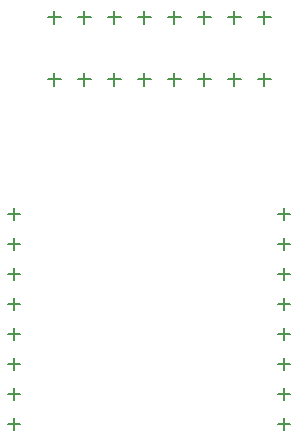
<source format=gbr>
%TF.GenerationSoftware,Altium Limited,Altium Designer,24.1.2 (44)*%
G04 Layer_Color=128*
%FSLAX45Y45*%
%MOMM*%
%TF.SameCoordinates,5EC3BBD7-C06D-4BA5-B086-9FF2EE8CE176*%
%TF.FilePolarity,Positive*%
%TF.FileFunction,Drillmap*%
%TF.Part,Single*%
G01*
G75*
%TA.AperFunction,NonConductor*%
%ADD29C,0.12700*%
D29*
X2167500Y4546600D02*
X2277500D01*
X2222500Y4491600D02*
Y4601600D01*
X1659500Y4546600D02*
X1769500D01*
X1714500Y4491600D02*
Y4601600D01*
X1151500Y4546600D02*
X1261500D01*
X1206500Y4491600D02*
Y4601600D01*
X897500Y4546600D02*
X1007500D01*
X952500Y4491600D02*
Y4601600D01*
X1405500Y4546600D02*
X1515500D01*
X1460500Y4491600D02*
Y4601600D01*
X1913500Y4546600D02*
X2023500D01*
X1968500Y4491600D02*
Y4601600D01*
X2421500Y4546600D02*
X2531500D01*
X2476500Y4491600D02*
Y4601600D01*
X2675500Y4546600D02*
X2785500D01*
X2730500Y4491600D02*
Y4601600D01*
X2167500Y4023360D02*
X2277500D01*
X2222500Y3968360D02*
Y4078360D01*
X1659500Y4023360D02*
X1769500D01*
X1714500Y3968360D02*
Y4078360D01*
X1151500Y4023360D02*
X1261500D01*
X1206500Y3968360D02*
Y4078360D01*
X897500Y4023360D02*
X1007500D01*
X952500Y3968360D02*
Y4078360D01*
X1405500Y4023360D02*
X1515500D01*
X1460500Y3968360D02*
Y4078360D01*
X1913500Y4023360D02*
X2023500D01*
X1968500Y3968360D02*
Y4078360D01*
X2421500Y4023360D02*
X2531500D01*
X2476500Y3968360D02*
Y4078360D01*
X2675500Y4023360D02*
X2785500D01*
X2730500Y3968360D02*
Y4078360D01*
X2844600Y2882900D02*
X2946600D01*
X2895600Y2831900D02*
Y2933900D01*
X2844600Y2628900D02*
X2946600D01*
X2895600Y2577900D02*
Y2679900D01*
X2844600Y1612900D02*
X2946600D01*
X2895600Y1561900D02*
Y1663900D01*
X2844600Y1104900D02*
X2946600D01*
X2895600Y1053900D02*
Y1155900D01*
X2844600Y1358900D02*
X2946600D01*
X2895600Y1307900D02*
Y1409900D01*
X2844600Y1866900D02*
X2946600D01*
X2895600Y1815900D02*
Y1917900D01*
X2844600Y2120900D02*
X2946600D01*
X2895600Y2069900D02*
Y2171900D01*
X2844600Y2374900D02*
X2946600D01*
X2895600Y2323900D02*
Y2425900D01*
X558600Y2882900D02*
X660600D01*
X609600Y2831900D02*
Y2933900D01*
X558600Y2628900D02*
X660600D01*
X609600Y2577900D02*
Y2679900D01*
X558600Y1612900D02*
X660600D01*
X609600Y1561900D02*
Y1663900D01*
X558600Y1104900D02*
X660600D01*
X609600Y1053900D02*
Y1155900D01*
X558600Y1358900D02*
X660600D01*
X609600Y1307900D02*
Y1409900D01*
X558600Y1866900D02*
X660600D01*
X609600Y1815900D02*
Y1917900D01*
X558600Y2120900D02*
X660600D01*
X609600Y2069900D02*
Y2171900D01*
X558600Y2374900D02*
X660600D01*
X609600Y2323900D02*
Y2425900D01*
%TF.MD5,c959305c24db233e21d5d6bee2325cd3*%
M02*

</source>
